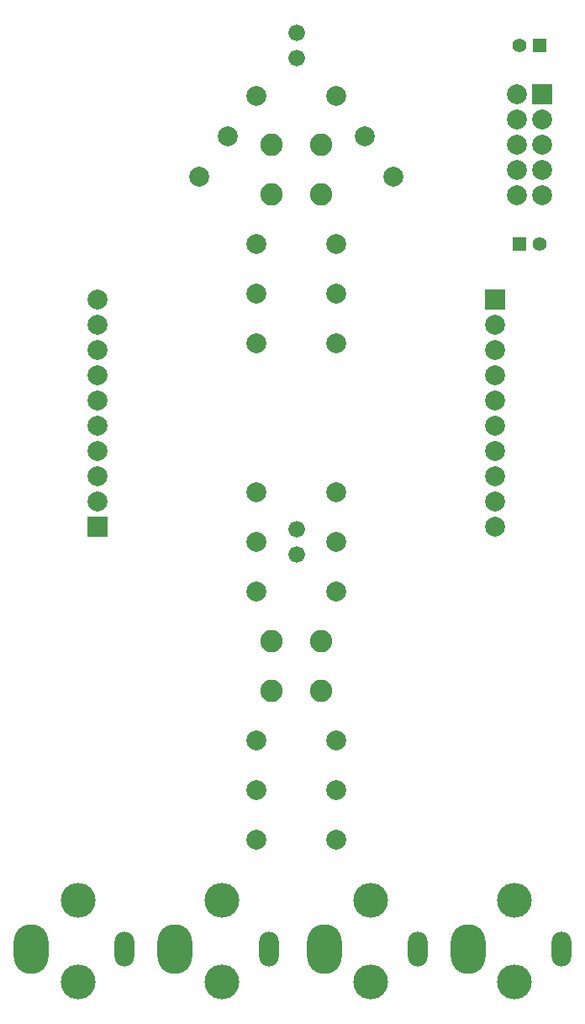
<source format=gts>
G04 (created by PCBNEW (2013-07-07 BZR 4022)-stable) date 2014-05-25 10:59:23 PM*
%MOIN*%
G04 Gerber Fmt 3.4, Leading zero omitted, Abs format*
%FSLAX34Y34*%
G01*
G70*
G90*
G04 APERTURE LIST*
%ADD10C,0.00590551*%
%ADD11C,0.0787*%
%ADD12R,0.0787X0.0787*%
%ADD13O,0.137795X0.19685*%
%ADD14O,0.0787402X0.137795*%
%ADD15O,0.137795X0.137795*%
%ADD16C,0.066*%
%ADD17C,0.0885827*%
%ADD18R,0.0551181X0.0551181*%
%ADD19C,0.0551181*%
G04 APERTURE END LIST*
G54D10*
G54D11*
X64870Y-44700D03*
X64870Y-43700D03*
X64870Y-45700D03*
X64870Y-42700D03*
G54D12*
X64870Y-41700D03*
G54D11*
X63870Y-41700D03*
X63870Y-42700D03*
X63870Y-43700D03*
X63870Y-44700D03*
X63870Y-45700D03*
G54D13*
X56220Y-75590D03*
G54D14*
X59921Y-75590D03*
G54D15*
X58070Y-73661D03*
X58070Y-76889D03*
G54D13*
X61929Y-75590D03*
G54D14*
X65629Y-75590D03*
G54D15*
X63779Y-73661D03*
X63779Y-76889D03*
G54D13*
X50314Y-75590D03*
G54D14*
X54015Y-75590D03*
G54D15*
X52165Y-73661D03*
X52165Y-76889D03*
G54D13*
X44606Y-75590D03*
G54D14*
X48307Y-75590D03*
G54D15*
X46456Y-73661D03*
X46456Y-76889D03*
G54D16*
X55118Y-59948D03*
X55118Y-58948D03*
X55118Y-40263D03*
X55118Y-39263D03*
G54D17*
X56102Y-65354D03*
X54133Y-65354D03*
X54133Y-63385D03*
X56102Y-63385D03*
X56102Y-45669D03*
X54133Y-45669D03*
X54133Y-43700D03*
X56102Y-43700D03*
G54D12*
X62992Y-49830D03*
G54D11*
X62992Y-50830D03*
X62992Y-51830D03*
X62992Y-52830D03*
X62992Y-53830D03*
X62992Y-54830D03*
X62992Y-55830D03*
X62992Y-56830D03*
X62992Y-57830D03*
X62992Y-58830D03*
G54D12*
X47244Y-58830D03*
G54D11*
X47244Y-57830D03*
X47244Y-56830D03*
X47244Y-55830D03*
X47244Y-54830D03*
X47244Y-53830D03*
X47244Y-52830D03*
X47244Y-51830D03*
X47244Y-50830D03*
X47244Y-49830D03*
G54D18*
X64763Y-39763D03*
G54D19*
X63976Y-39763D03*
G54D18*
X63976Y-47637D03*
G54D19*
X64763Y-47637D03*
G54D11*
X57832Y-43376D03*
X58961Y-44989D03*
X56703Y-41764D03*
X56692Y-49606D03*
X56692Y-51574D03*
X56692Y-47637D03*
X56692Y-59448D03*
X56692Y-61417D03*
X56692Y-57480D03*
X56692Y-69291D03*
X56692Y-71259D03*
X56692Y-67322D03*
X53543Y-69291D03*
X53543Y-67322D03*
X53543Y-71259D03*
X53543Y-59448D03*
X53543Y-57480D03*
X53543Y-61417D03*
X53543Y-49606D03*
X53543Y-47637D03*
X53543Y-51574D03*
X52404Y-43376D03*
X53533Y-41764D03*
X51275Y-44989D03*
M02*

</source>
